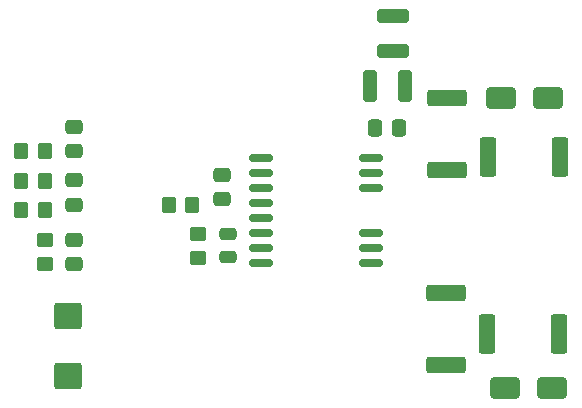
<source format=gtp>
G04 #@! TF.GenerationSoftware,KiCad,Pcbnew,8.0.9-8.0.9-0~ubuntu22.04.1*
G04 #@! TF.CreationDate,2025-04-03T00:10:20-07:00*
G04 #@! TF.ProjectId,HBD1E,48424431-452e-46b6-9963-61645f706362,rev?*
G04 #@! TF.SameCoordinates,Original*
G04 #@! TF.FileFunction,Paste,Top*
G04 #@! TF.FilePolarity,Positive*
%FSLAX46Y46*%
G04 Gerber Fmt 4.6, Leading zero omitted, Abs format (unit mm)*
G04 Created by KiCad (PCBNEW 8.0.9-8.0.9-0~ubuntu22.04.1) date 2025-04-03 00:10:20*
%MOMM*%
%LPD*%
G01*
G04 APERTURE LIST*
G04 Aperture macros list*
%AMRoundRect*
0 Rectangle with rounded corners*
0 $1 Rounding radius*
0 $2 $3 $4 $5 $6 $7 $8 $9 X,Y pos of 4 corners*
0 Add a 4 corners polygon primitive as box body*
4,1,4,$2,$3,$4,$5,$6,$7,$8,$9,$2,$3,0*
0 Add four circle primitives for the rounded corners*
1,1,$1+$1,$2,$3*
1,1,$1+$1,$4,$5*
1,1,$1+$1,$6,$7*
1,1,$1+$1,$8,$9*
0 Add four rect primitives between the rounded corners*
20,1,$1+$1,$2,$3,$4,$5,0*
20,1,$1+$1,$4,$5,$6,$7,0*
20,1,$1+$1,$6,$7,$8,$9,0*
20,1,$1+$1,$8,$9,$2,$3,0*%
G04 Aperture macros list end*
%ADD10RoundRect,0.250000X0.350000X0.450000X-0.350000X0.450000X-0.350000X-0.450000X0.350000X-0.450000X0*%
%ADD11RoundRect,0.250000X-0.475000X0.337500X-0.475000X-0.337500X0.475000X-0.337500X0.475000X0.337500X0*%
%ADD12RoundRect,0.250000X0.925000X-0.875000X0.925000X0.875000X-0.925000X0.875000X-0.925000X-0.875000X0*%
%ADD13RoundRect,0.250000X-1.000000X-0.650000X1.000000X-0.650000X1.000000X0.650000X-1.000000X0.650000X0*%
%ADD14RoundRect,0.249999X0.450001X1.425001X-0.450001X1.425001X-0.450001X-1.425001X0.450001X-1.425001X0*%
%ADD15RoundRect,0.249999X-1.425001X0.450001X-1.425001X-0.450001X1.425001X-0.450001X1.425001X0.450001X0*%
%ADD16RoundRect,0.250000X0.475000X-0.337500X0.475000X0.337500X-0.475000X0.337500X-0.475000X-0.337500X0*%
%ADD17RoundRect,0.250000X0.475000X-0.250000X0.475000X0.250000X-0.475000X0.250000X-0.475000X-0.250000X0*%
%ADD18RoundRect,0.250000X-0.450000X0.350000X-0.450000X-0.350000X0.450000X-0.350000X0.450000X0.350000X0*%
%ADD19RoundRect,0.250000X1.100000X-0.325000X1.100000X0.325000X-1.100000X0.325000X-1.100000X-0.325000X0*%
%ADD20RoundRect,0.249999X1.425001X-0.450001X1.425001X0.450001X-1.425001X0.450001X-1.425001X-0.450001X0*%
%ADD21RoundRect,0.250000X-0.325000X-1.100000X0.325000X-1.100000X0.325000X1.100000X-0.325000X1.100000X0*%
%ADD22RoundRect,0.250000X-0.337500X-0.475000X0.337500X-0.475000X0.337500X0.475000X-0.337500X0.475000X0*%
%ADD23RoundRect,0.150000X-0.875000X-0.150000X0.875000X-0.150000X0.875000X0.150000X-0.875000X0.150000X0*%
G04 APERTURE END LIST*
D10*
X63000000Y-64000000D03*
X61000000Y-64000000D03*
D11*
X53000000Y-66962500D03*
X53000000Y-69037500D03*
D12*
X52500000Y-78550000D03*
X52500000Y-73450000D03*
D10*
X50500000Y-64500000D03*
X48500000Y-64500000D03*
D13*
X89110000Y-55000000D03*
X93110000Y-55000000D03*
D10*
X50500000Y-62000000D03*
X48500000Y-62000000D03*
D14*
X94050000Y-75000000D03*
X87950000Y-75000000D03*
D13*
X89500000Y-79500000D03*
X93500000Y-79500000D03*
D15*
X84610000Y-54950000D03*
X84610000Y-61050000D03*
D16*
X53000000Y-59500000D03*
X53000000Y-57425000D03*
D17*
X66000000Y-68400000D03*
X66000000Y-66500000D03*
D11*
X53000000Y-61962500D03*
X53000000Y-64037500D03*
D18*
X63500000Y-66500000D03*
X63500000Y-68500000D03*
D11*
X65500000Y-61462500D03*
X65500000Y-63537500D03*
D19*
X80000000Y-50975000D03*
X80000000Y-48025000D03*
D20*
X84500000Y-77550000D03*
X84500000Y-71450000D03*
D21*
X78025000Y-54000000D03*
X80975000Y-54000000D03*
D22*
X78462500Y-57500000D03*
X80537500Y-57500000D03*
D23*
X68850000Y-60055000D03*
X68850000Y-61325000D03*
X68850000Y-62595000D03*
X68850000Y-63865000D03*
X68850000Y-65135000D03*
X68850000Y-66405000D03*
X68850000Y-67675000D03*
X68850000Y-68945000D03*
X78150000Y-68945000D03*
X78150000Y-67675000D03*
X78150000Y-66405000D03*
X78150000Y-62595000D03*
X78150000Y-61325000D03*
X78150000Y-60055000D03*
D18*
X50500000Y-67000000D03*
X50500000Y-69000000D03*
D10*
X50500000Y-59500000D03*
X48500000Y-59500000D03*
D14*
X94160000Y-60000000D03*
X88060000Y-60000000D03*
M02*

</source>
